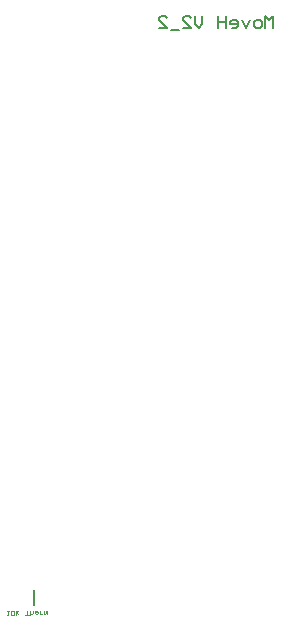
<source format=gbo>
G04*
G04 #@! TF.GenerationSoftware,Altium Limited,Altium Designer,19.0.14 (431)*
G04*
G04 Layer_Color=32896*
%FSLAX25Y25*%
%MOIN*%
G70*
G01*
G75*
%ADD12C,0.00787*%
%ADD14C,0.00394*%
D12*
X118209Y48720D02*
Y53839D01*
X197835Y241142D02*
Y245077D01*
X196523Y243765D01*
X195211Y245077D01*
Y241142D01*
X193243D02*
X191931D01*
X191275Y241798D01*
Y243110D01*
X191931Y243765D01*
X193243D01*
X193899Y243110D01*
Y241798D01*
X193243Y241142D01*
X189963Y243765D02*
X188651Y241142D01*
X187339Y243765D01*
X184060Y241142D02*
X185371D01*
X186027Y241798D01*
Y243110D01*
X185371Y243765D01*
X184060D01*
X183404Y243110D01*
Y242454D01*
X186027D01*
X182092Y245077D02*
Y241142D01*
Y243110D01*
X179468D01*
Y245077D01*
Y241142D01*
X174220Y245077D02*
Y242454D01*
X172908Y241142D01*
X171596Y242454D01*
Y245077D01*
X167661Y241142D02*
X170284D01*
X167661Y243765D01*
Y244422D01*
X168317Y245077D01*
X169629D01*
X170284Y244422D01*
X166349Y240486D02*
X163725D01*
X159789Y241142D02*
X162413D01*
X159789Y243765D01*
Y244422D01*
X160445Y245077D01*
X161757D01*
X162413Y244422D01*
D14*
X109153Y46949D02*
X109678D01*
X109416D01*
Y45375D01*
X109153Y45637D01*
X110466D02*
X110728Y45375D01*
X111253D01*
X111515Y45637D01*
Y46686D01*
X111253Y46949D01*
X110728D01*
X110466Y46686D01*
Y45637D01*
X112040Y46949D02*
Y45375D01*
Y46424D02*
X112827Y45899D01*
X112040Y46424D02*
X112827Y46949D01*
X115188Y45375D02*
X116238D01*
X115713D01*
Y46949D01*
X116763Y45375D02*
Y46949D01*
Y46162D01*
X117025Y45899D01*
X117550D01*
X117812Y46162D01*
Y46949D01*
X119124D02*
X118599D01*
X118337Y46686D01*
Y46162D01*
X118599Y45899D01*
X119124D01*
X119386Y46162D01*
Y46424D01*
X118337D01*
X119911Y45899D02*
Y46949D01*
Y46424D01*
X120174Y46162D01*
X120436Y45899D01*
X120698D01*
X121485Y46949D02*
Y45899D01*
X121748D01*
X122010Y46162D01*
Y46949D01*
Y46162D01*
X122273Y45899D01*
X122535Y46162D01*
Y46949D01*
M02*

</source>
